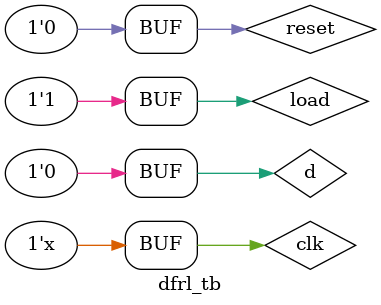
<source format=v>
`timescale 1ns / 1ps


module dummies_test_cases();
endmodule

//test bench for dfrl
module dfrl_tb();
reg clk = 1'b0;
  reg reset, load, d;
  wire q;

  dfrl FA1(.clk(clk), .reset(reset), .load(load), .d(d), .q(q));

  always #5 clk = ~clk;

  initial begin 
    reset = 1; #10;
    reset = 0; #10;
    load = 1;
    d = 1; #10;
    load = 0; #10;
    d = 0; #10;
    reset = 1; #10;
    reset = 0; #10;
    load = 1;
    d = 0; #10;
  end
endmodule
</source>
